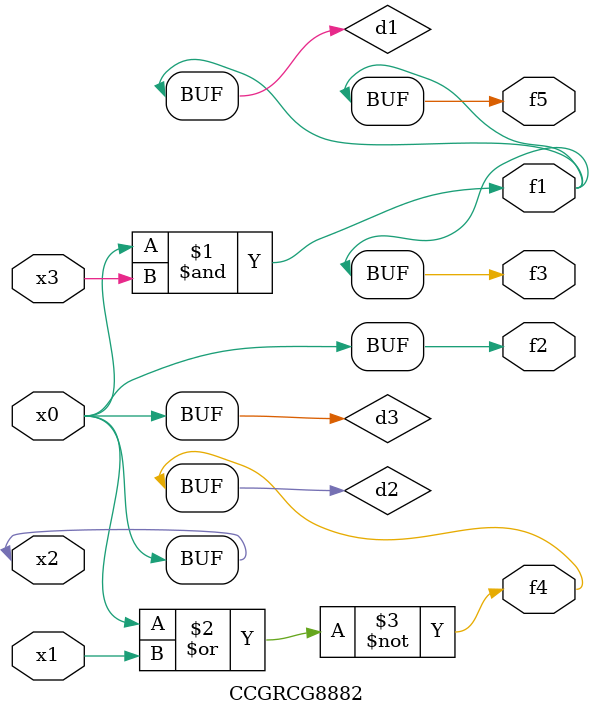
<source format=v>
module CCGRCG8882(
	input x0, x1, x2, x3,
	output f1, f2, f3, f4, f5
);

	wire d1, d2, d3;

	and (d1, x2, x3);
	nor (d2, x0, x1);
	buf (d3, x0, x2);
	assign f1 = d1;
	assign f2 = d3;
	assign f3 = d1;
	assign f4 = d2;
	assign f5 = d1;
endmodule

</source>
